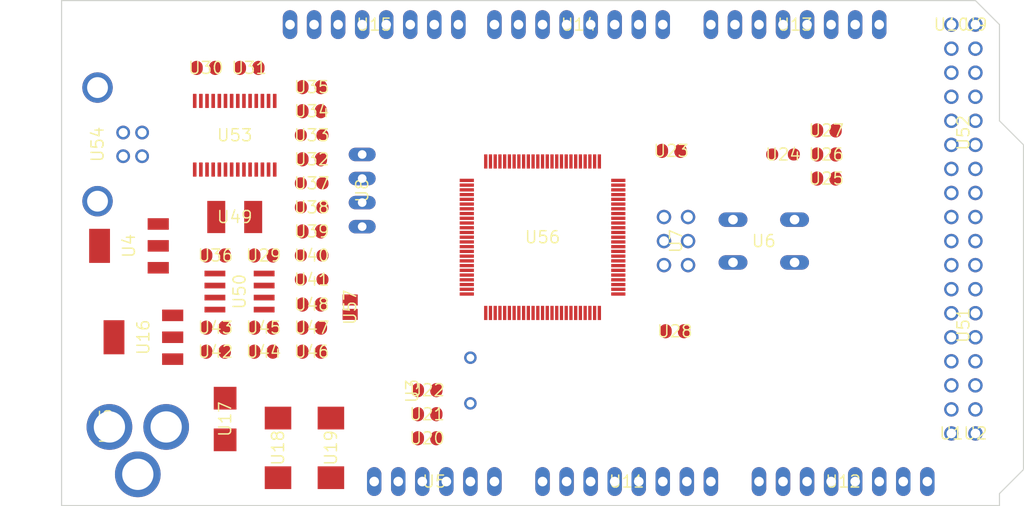
<source format=kicad_pcb>
(kicad_pcb (version 20221018) (generator pcbnew)
  (layers (0 "F.Cu" signal "Top") (31 "B.Cu" signal "Bottom") (34 "B.Paste" user) (35 "F.Paste" user) (36 "B.SilkS" user "B.Silkscreen") (37 "F.SilkS" user "F.Silkscreen") (38 "B.Mask" user) (39 "F.Mask" user) (44 "Edge.Cuts" user))
  (net 0 "")
  (net 1 "+5V")
  (net 2 "GND")
  (net 3 "N$6")
  (net 4 "N$7")
  (net 5 "AREF")
  (net 6 "RESET")
  (net 7 "VIN")
  (net 8 "N$3")
  (net 9 "PWRIN")
  (net 10 "M8RXD")
  (net 11 "M8TXD")
  (net 12 "ADC0")
  (net 13 "ADC2")
  (net 14 "ADC1")
  (net 15 "ADC3")
  (net 16 "ADC4")
  (net 17 "ADC5")
  (net 18 "ADC6")
  (net 19 "ADC7")
  (net 20 "+3V3")
  (net 21 "SDA")
  (net 22 "SCL")
  (net 23 "ADC9")
  (net 24 "ADC8")
  (net 25 "ADC10")
  (net 26 "ADC11")
  (net 27 "ADC12")
  (net 28 "ADC13")
  (net 29 "ADC14")
  (net 30 "ADC15")
  (net 31 "PB3")
  (net 32 "PB2")
  (net 33 "PB1")
  (net 34 "PB5")
  (net 35 "PB4")
  (net 36 "PE5")
  (net 37 "PE4")
  (net 38 "PE3")
  (net 39 "PE1")
  (net 40 "PE0")
  (net 41 "N$15")
  (net 42 "N$53")
  (net 43 "N$54")
  (net 44 "N$55")
  (net 45 "D-")
  (net 46 "D+")
  (net 47 "N$60")
  (net 48 "DTR")
  (net 49 "USBVCC")
  (net 50 "N$2")
  (net 51 "N$4")
  (net 52 "GATE_CMD")
  (net 53 "CMP")
  (net 54 "PB6")
  (net 55 "PH3")
  (net 56 "PH4")
  (net 57 "PH5")
  (net 58 "PH6")
  (net 59 "PG5")
  (net 60 "RXD1")
  (net 61 "TXD1")
  (net 62 "RXD2")
  (net 63 "RXD3")
  (net 64 "TXD2")
  (net 65 "TXD3")
  (net 66 "PC0")
  (net 67 "PC1")
  (net 68 "PC2")
  (net 69 "PC3")
  (net 70 "PC4")
  (net 71 "PC5")
  (net 72 "PC6")
  (net 73 "PC7")
  (net 74 "PB0")
  (net 75 "PG0")
  (net 76 "PG1")
  (net 77 "PG2")
  (net 78 "PD7")
  (net 79 "PA0")
  (net 80 "PA1")
  (net 81 "PA2")
  (net 82 "PA3")
  (net 83 "PA4")
  (net 84 "PA5")
  (net 85 "PA6")
  (net 86 "PA7")
  (net 87 "PL0")
  (net 88 "PL1")
  (net 89 "PL2")
  (net 90 "PL3")
  (net 91 "PL4")
  (net 92 "PL5")
  (net 93 "PL6")
  (net 94 "PL7")
  (net 95 "PB7")
  (net 96 "CTS")
  (net 97 "DSR")
  (net 98 "DCD")
  (net 99 "RI")
  (footprint "Arduino_MEGA_Reference_Design:2X03" (layer "F.Cu") (at 162.5981 103.7336 -90)
    (fp_text reference "U7")
    (fp_text value "")
  )
  (footprint "Arduino_MEGA_Reference_Design:1X08" (layer "F.Cu") (at 152.3111 80.8736 180)
    (fp_text reference "U14")
    (fp_text value "")
  )
  (footprint "Arduino_MEGA_Reference_Design:1X08" (layer "F.Cu") (at 130.7211 80.8736 180)
    (fp_text reference "U15")
    (fp_text value "")
  )
  (footprint "Arduino_MEGA_Reference_Design:SMC_D" (layer "F.Cu") (at 120.5611 125.5776 -90)
    (fp_text reference "U18")
    (fp_text value "")
  )
  (footprint "Arduino_MEGA_Reference_Design:SMC_D" (layer "F.Cu") (at 126.1491 125.5776 -90)
    (fp_text reference "U19")
    (fp_text value "")
  )
  (footprint "Arduino_MEGA_Reference_Design:B3F-10XX" (layer "F.Cu") (at 171.8691 103.7336 180)
    (fp_text reference "U6")
    (fp_text value "")
  )
  (footprint "Arduino_MEGA_Reference_Design:0805RND" (layer "F.Cu") (at 173.9011 94.5896 180)
    (fp_text reference "U24")
    (fp_text value "")
  )
  (footprint "Arduino_MEGA_Reference_Design:SMB" (layer "F.Cu") (at 114.9731 122.5296 -90)
    (fp_text reference "U17")
    (fp_text value "")
  )
  (footprint "Arduino_MEGA_Reference_Design:DC-21MM" (layer "F.Cu") (at 103.0351 123.2916 90)
    (fp_text reference "U55")
    (fp_text value "")
  )
  (footprint "Arduino_MEGA_Reference_Design:HC49_S" (layer "F.Cu") (at 140.8811 118.4656 90)
    (fp_text reference "U3")
    (fp_text value "")
  )
  (footprint "Arduino_MEGA_Reference_Design:SOT223" (layer "F.Cu") (at 106.3371 113.8936 90)
    (fp_text reference "U16")
    (fp_text value "")
  )
  (footprint "Arduino_MEGA_Reference_Design:1X06" (layer "F.Cu") (at 137.0711 129.1336)
    (fp_text reference "U5")
    (fp_text value "")
  )
  (footprint "Arduino_MEGA_Reference_Design:C0805RND" (layer "F.Cu") (at 124.1171 87.4776)
    (fp_text reference "U35")
    (fp_text value "")
  )
  (footprint "Arduino_MEGA_Reference_Design:C0805RND" (layer "F.Cu") (at 162.4711 113.2586)
    (fp_text reference "U28")
    (fp_text value "")
  )
  (footprint "Arduino_MEGA_Reference_Design:C0805RND" (layer "F.Cu") (at 136.3091 122.0216)
    (fp_text reference "U21")
    (fp_text value "")
  )
  (footprint "Arduino_MEGA_Reference_Design:C0805RND" (layer "F.Cu") (at 136.3091 119.4816)
    (fp_text reference "U22")
    (fp_text value "")
  )
  (footprint "Arduino_MEGA_Reference_Design:C0805RND" (layer "F.Cu") (at 113.9571 112.8776)
    (fp_text reference "U43")
    (fp_text value "")
  )
  (footprint "Arduino_MEGA_Reference_Design:RCL_0805RND" (layer "F.Cu") (at 124.1171 105.2576)
    (fp_text reference "U40")
    (fp_text value "")
  )
  (footprint "Arduino_MEGA_Reference_Design:RCL_0805RND" (layer "F.Cu") (at 124.1171 107.7976)
    (fp_text reference "U41")
    (fp_text value "")
  )
  (footprint "Arduino_MEGA_Reference_Design:1X08" (layer "F.Cu") (at 157.3911 129.1336)
    (fp_text reference "U11")
    (fp_text value "")
  )
  (footprint "Arduino_MEGA_Reference_Design:1X08" (layer "F.Cu") (at 175.1711 80.8736 180)
    (fp_text reference "U13")
    (fp_text value "")
  )
  (footprint "Arduino_MEGA_Reference_Design:R0805RND" (layer "F.Cu") (at 178.4731 94.5896 180)
    (fp_text reference "U26")
    (fp_text value "")
  )
  (footprint "Arduino_MEGA_Reference_Design:R0805RND" (layer "F.Cu") (at 178.4731 92.0496 180)
    (fp_text reference "U27")
    (fp_text value "")
  )
  (footprint "Arduino_MEGA_Reference_Design:TQFP100" (layer "F.Cu") (at 148.5011 103.3272)
    (fp_text reference "U56")
    (fp_text value "")
  )
  (footprint "Arduino_MEGA_Reference_Design:C0805RND" (layer "F.Cu") (at 162.0901 94.2086 180)
    (fp_text reference "U23")
    (fp_text value "")
  )
  (footprint "Arduino_MEGA_Reference_Design:C0805RND" (layer "F.Cu") (at 136.3091 124.5616)
    (fp_text reference "U20")
    (fp_text value "")
  )
  (footprint "Arduino_MEGA_Reference_Design:1X08" (layer "F.Cu") (at 180.2511 129.1336)
    (fp_text reference "U12")
    (fp_text value "")
  )
  (footprint "Arduino_MEGA_Reference_Design:R0805RND" (layer "F.Cu") (at 124.1171 112.8776)
    (fp_text reference "U47")
    (fp_text value "")
  )
  (footprint "Arduino_MEGA_Reference_Design:C0805RND" (layer "F.Cu") (at 124.1171 115.4176)
    (fp_text reference "U46")
    (fp_text value "")
  )
  (footprint "Arduino_MEGA_Reference_Design:C0805RND" (layer "F.Cu") (at 113.9571 105.2576)
    (fp_text reference "U36")
    (fp_text value "")
  )
  (footprint "Arduino_MEGA_Reference_Design:C0805RND" (layer "F.Cu") (at 112.9411 85.4456)
    (fp_text reference "U30")
    (fp_text value "")
  )
  (footprint "Arduino_MEGA_Reference_Design:0805RND" (layer "F.Cu") (at 124.1171 100.1776 180)
    (fp_text reference "U38")
    (fp_text value "")
  )
  (footprint "Arduino_MEGA_Reference_Design:0805RND" (layer "F.Cu") (at 124.1171 97.6376 180)
    (fp_text reference "U37")
    (fp_text value "")
  )
  (footprint "Arduino_MEGA_Reference_Design:R0805RND" (layer "F.Cu") (at 124.1171 95.0976)
    (fp_text reference "U32")
    (fp_text value "")
  )
  (footprint "Arduino_MEGA_Reference_Design:R0805RND" (layer "F.Cu") (at 124.1171 102.7176)
    (fp_text reference "U39")
    (fp_text value "")
  )
  (footprint "Arduino_MEGA_Reference_Design:SSOP28" (layer "F.Cu") (at 115.9891 92.5576)
    (fp_text reference "U53")
    (fp_text value "")
  )
  (footprint "Arduino_MEGA_Reference_Design:PN61729" (layer "F.Cu") (at 98.9584 93.5228 -90)
    (fp_text reference "U54")
    (fp_text value "")
  )
  (footprint "Arduino_MEGA_Reference_Design:L1812" (layer "F.Cu") (at 115.9891 101.1936)
    (fp_text reference "U49")
    (fp_text value "")
  )
  (footprint "Arduino_MEGA_Reference_Design:C0805RND" (layer "F.Cu") (at 117.5131 85.4456)
    (fp_text reference "U31")
    (fp_text value "")
  )
  (footprint "Arduino_MEGA_Reference_Design:0805RND" (layer "F.Cu") (at 124.1171 92.5576 180)
    (fp_text reference "U33")
    (fp_text value "")
  )
  (footprint "Arduino_MEGA_Reference_Design:R0805RND" (layer "F.Cu") (at 124.1171 90.0176 180)
    (fp_text reference "U34")
    (fp_text value "")
  )
  (footprint "Arduino_MEGA_Reference_Design:C0805RND" (layer "F.Cu") (at 124.1171 110.4392 180)
    (fp_text reference "U48")
    (fp_text value "")
  )
  (footprint "Arduino_MEGA_Reference_Design:SOT223" (layer "F.Cu") (at 104.8131 104.2416 90)
    (fp_text reference "U4")
    (fp_text value "")
  )
  (footprint "Arduino_MEGA_Reference_Design:SO08" (layer "F.Cu") (at 116.4971 109.0676 -90)
    (fp_text reference "U50")
    (fp_text value "")
  )
  (footprint "Arduino_MEGA_Reference_Design:R0805RND" (layer "F.Cu") (at 113.9571 115.4176 180)
    (fp_text reference "U42")
    (fp_text value "")
  )
  (footprint "Arduino_MEGA_Reference_Design:R0805RND" (layer "F.Cu") (at 119.0371 112.8776 180)
    (fp_text reference "U45")
    (fp_text value "")
  )
  (footprint "Arduino_MEGA_Reference_Design:C0805RND" (layer "F.Cu") (at 119.0371 115.4176 180)
    (fp_text reference "U44")
    (fp_text value "")
  )
  (footprint "Arduino_MEGA_Reference_Design:C0805RND" (layer "F.Cu") (at 119.0371 105.2576)
    (fp_text reference "U29")
    (fp_text value "")
  )
  (footprint "Arduino_MEGA_Reference_Design:2X08" (layer "F.Cu") (at 192.9511 92.3036 90)
    (fp_text reference "U52")
    (fp_text value "")
  )
  (footprint "Arduino_MEGA_Reference_Design:2X08" (layer "F.Cu") (at 192.9511 112.6236 90)
    (fp_text reference "U51")
    (fp_text value "")
  )
  (footprint "Arduino_MEGA_Reference_Design:R0805RND" (layer "F.Cu") (at 178.4731 97.1296 180)
    (fp_text reference "U25")
    (fp_text value "")
  )
  (footprint "Arduino_MEGA_Reference_Design:1X01" (layer "F.Cu") (at 191.6811 80.8736)
    (fp_text reference "U10")
    (fp_text value "")
  )
  (footprint "Arduino_MEGA_Reference_Design:1X01" (layer "F.Cu") (at 194.2211 80.8736)
    (fp_text reference "U9")
    (fp_text value "")
  )
  (footprint "Arduino_MEGA_Reference_Design:1X01" (layer "F.Cu") (at 191.6811 124.0536)
    (fp_text reference "U1")
    (fp_text value "")
  )
  (footprint "Arduino_MEGA_Reference_Design:1X01" (layer "F.Cu") (at 194.2211 124.0536)
    (fp_text reference "U2")
    (fp_text value "")
  )
  (footprint "Arduino_MEGA_Reference_Design:SJ" (layer "F.Cu") (at 128.1811 110.7186 -90)
    (fp_text reference "U57")
    (fp_text value "")
  )
  (footprint "Arduino_MEGA_Reference_Design:JP4" (layer "F.Cu") (at 129.4511 98.3996 -90)
    (fp_text reference "U8")
    (fp_text value "")
  )
  (gr_line (start 196.7611 131.6736) (end 97.7011 131.6736) (layer "Edge.Cuts") (width 0.12))
  (gr_line (start 196.7611 80.8736) (end 196.7611 91.0336) (layer "Edge.Cuts") (width 0.12))
  (gr_line (start 196.7611 91.0336) (end 199.3011 93.5736) (layer "Edge.Cuts") (width 0.12))
  (gr_line (start 194.2211 78.3336) (end 196.7611 80.8736) (layer "Edge.Cuts") (width 0.12))
  (gr_line (start 97.7011 131.6736) (end 97.7011 78.3336) (layer "Edge.Cuts") (width 0.12))
  (gr_line (start 199.3011 93.5736) (end 199.3011 127.8636) (layer "Edge.Cuts") (width 0.12))
  (gr_line (start 199.3011 127.8636) (end 196.7611 130.4036) (layer "Edge.Cuts") (width 0.12))
  (gr_line (start 97.7011 78.3336) (end 194.2211 78.3336) (layer "Edge.Cuts") (width 0.12))
  (gr_line (start 196.7611 130.4036) (end 196.7611 131.6736) (layer "Edge.Cuts") (width 0.12))
)
</source>
